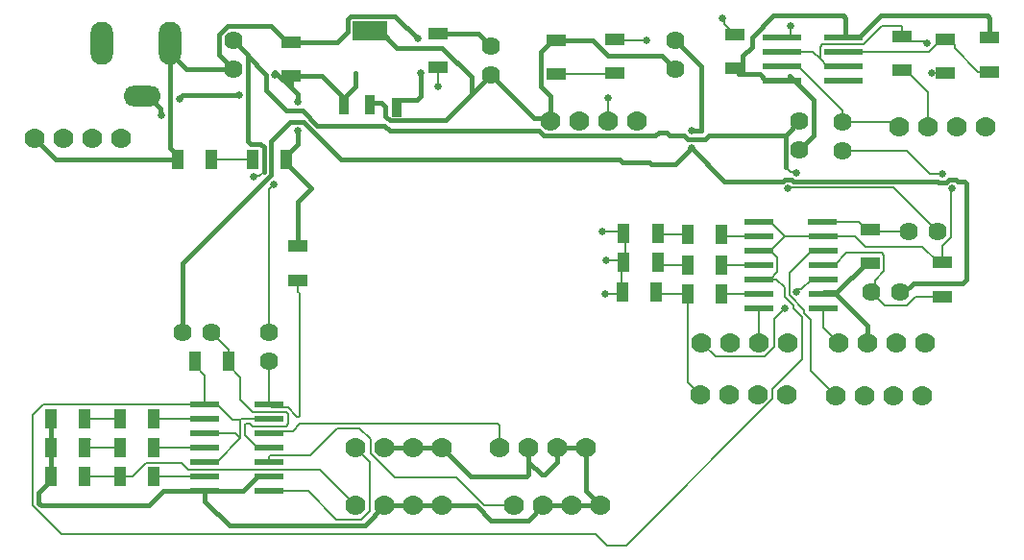
<source format=gtl>
G04*
G04 #@! TF.GenerationSoftware,Altium Limited,Altium Designer,24.1.2 (44)*
G04*
G04 Layer_Physical_Order=1*
G04 Layer_Color=255*
%FSLAX25Y25*%
%MOIN*%
G70*
G04*
G04 #@! TF.SameCoordinates,6E6146AE-10E2-4EE8-86B2-596FBE868B5F*
G04*
G04*
G04 #@! TF.FilePolarity,Positive*
G04*
G01*
G75*
%ADD10C,0.01500*%
%ADD11C,0.02000*%
%ADD12C,0.00600*%
%ADD19R,0.10433X0.02362*%
%ADD20R,0.04400X0.07100*%
%ADD21R,0.03300X0.06693*%
%ADD22R,0.12200X0.06693*%
%ADD23R,0.07100X0.04400*%
%ADD24R,0.13386X0.02362*%
%ADD37C,0.00200*%
%ADD38C,0.07000*%
%ADD39C,0.06378*%
%ADD40O,0.12992X0.07087*%
%ADD41O,0.07874X0.14961*%
%ADD42C,0.02500*%
D10*
X96000Y157000D02*
X101375D01*
X89000Y164000D02*
X96000Y157000D01*
X89000Y164000D02*
Y169375D01*
X222000Y139000D02*
X222500Y138500D01*
X212500Y139000D02*
X222000D01*
X252850Y171600D02*
X254200D01*
X252850Y169600D02*
X260258D01*
X272069Y167500D02*
X278939Y160630D01*
X271114Y168455D02*
X272069Y167500D01*
X185325Y148250D02*
X224007D01*
X225257Y149500D01*
X231000Y138500D02*
X236500Y144000D01*
X227743Y149500D02*
X228993Y148250D01*
X225257Y149500D02*
X227743D01*
X228993Y148250D02*
X234007D01*
X222500Y138500D02*
X231000D01*
X234007Y148250D02*
X235257Y147000D01*
X241243D01*
X113617Y180900D02*
X117150Y184433D01*
Y188867D01*
X118175Y189892D01*
X133608D01*
X141500Y182000D01*
X134100Y158221D02*
Y159917D01*
X134187Y178862D02*
X149963D01*
X125000Y185295D02*
X127753D01*
X147600Y173000D02*
X148500Y172100D01*
X142500Y162000D02*
Y170000D01*
X149963Y178862D02*
X160250Y168575D01*
X135000Y160817D02*
X141317D01*
X134100Y159917D02*
X135000Y160817D01*
X141317D02*
X142500Y162000D01*
X268257Y132500D02*
X268757Y133000D01*
X248000Y132500D02*
X268257D01*
X268757Y133000D02*
X271243D01*
X271743Y132500D01*
X321757D01*
X236500Y144000D02*
X248000Y132500D01*
X325243D02*
X325257D01*
X322257Y132000D02*
X324743D01*
X321757Y132500D02*
X322257Y132000D01*
X324743D02*
X325243Y132500D01*
X328743D02*
X331121D01*
X325757Y133000D02*
X328243D01*
X328743Y132500D01*
X325257D02*
X325757Y133000D01*
X332000Y98379D02*
Y131621D01*
X313375Y97055D02*
X330676D01*
X331121Y132500D02*
X332000Y131621D01*
X330676Y97055D02*
X332000Y98379D01*
X160250Y162750D02*
X167000Y169500D01*
X151124Y153624D02*
X160250Y162750D01*
X127753Y185295D02*
X134187Y178862D01*
X160250Y162750D02*
Y168575D01*
X114840Y140000D02*
X211621D01*
X212500Y139000D02*
Y139121D01*
X211621Y140000D02*
X212500Y139121D01*
X285770Y93931D02*
X286981D01*
X282596D02*
X285770D01*
X297451Y76549D02*
X297500Y76500D01*
X297451Y76549D02*
Y82250D01*
X285770Y93931D02*
X297451Y82250D01*
X99809Y160191D02*
Y162691D01*
X97500Y165000D02*
Y169100D01*
Y165000D02*
X99809Y162691D01*
X92000Y170500D02*
X97500Y165000D01*
X52309Y155691D02*
Y157576D01*
X45779Y162193D02*
X47692D01*
X52309Y157576D01*
Y155691D02*
X52500Y155500D01*
X55622Y143928D02*
Y176957D01*
X58200Y140000D02*
Y141350D01*
X55622Y143928D02*
X58200Y141350D01*
X59000Y161500D02*
X60000Y162500D01*
X59000Y161000D02*
Y161500D01*
X60000Y162500D02*
X79439D01*
X82439Y146564D02*
Y175936D01*
Y146564D02*
X83583Y145419D01*
X88050Y135725D02*
Y144275D01*
X86905Y145419D02*
X88050Y144275D01*
X83583Y145419D02*
X86905D01*
X82439Y175936D02*
X89000Y169375D01*
X106575Y151800D02*
X130014D01*
X101375Y157000D02*
X106575Y151800D01*
X99809Y160191D02*
X100000Y160000D01*
X90550Y134690D02*
Y146335D01*
X131814Y150000D02*
X183575D01*
X130014Y151800D02*
X131814Y150000D01*
X183575D02*
X185325Y148250D01*
X241243Y147000D02*
X242493Y148250D01*
X268750D01*
X269061Y148561D01*
X286981Y93931D02*
X297150Y104100D01*
X298500D01*
X310320Y94000D02*
X313375Y97055D01*
X309000Y94000D02*
X310320D01*
X236500Y150000D02*
X240000D01*
X100000Y110000D02*
Y125450D01*
X104550Y130000D01*
X205000Y20000D02*
X205250Y19750D01*
X10000Y24550D02*
X14100Y28650D01*
Y30000D01*
X10000Y20879D02*
Y24550D01*
Y20879D02*
X10879Y20000D01*
X48225D01*
X14100Y30000D02*
Y40000D01*
X60000Y80000D02*
Y104140D01*
X90550Y134690D01*
X180000Y35000D02*
X184379Y30621D01*
X180000Y35000D02*
Y40000D01*
X179121Y30000D02*
X180000Y30879D01*
Y35000D01*
X160000Y30000D02*
X179121D01*
X185621Y30621D02*
X190000Y35000D01*
X184379Y30621D02*
X185621D01*
X190000Y35000D02*
Y40000D01*
X150000D02*
X160000Y30000D01*
X76088Y13150D02*
X123150D01*
X67669Y21569D02*
X76088Y13150D01*
X123150D02*
X130000Y20000D01*
X67669Y21569D02*
Y25000D01*
X95900Y138650D02*
X104550Y130000D01*
X101840Y153000D02*
X114840Y140000D01*
X95900Y138650D02*
Y140000D01*
X130000Y20000D02*
X140000D01*
X150000D01*
X130000Y40000D02*
X140000D01*
X150000D01*
X161706Y20000D02*
X166956Y14750D01*
X179750D02*
X185000Y20000D01*
X150000D02*
X161706D01*
X166956Y14750D02*
X179750D01*
X190000Y40000D02*
X200000D01*
Y25000D02*
X205000Y20000D01*
X200000Y25000D02*
Y40000D01*
X185000Y20000D02*
X195000D01*
X205000D01*
X85965Y30000D02*
X90000D01*
X67669Y25000D02*
X80965D01*
X85965Y30000D01*
X14100Y40000D02*
Y50000D01*
X53225Y25000D02*
X67669D01*
X48225Y20000D02*
X53225Y25000D01*
X254300Y171050D02*
Y175975D01*
X252850Y169600D02*
X254300Y171050D01*
X257376Y179051D02*
Y182355D01*
X254300Y175975D02*
X257376Y179051D01*
Y182355D02*
X265021Y190000D01*
X260258Y169600D02*
X262358Y167500D01*
X270591Y168978D02*
X271114Y168455D01*
X262358Y167500D02*
X267870D01*
X265021Y190000D02*
X289121D01*
X97215Y153000D02*
X101840D01*
X90550Y146335D02*
X97215Y153000D01*
X95900Y140000D02*
Y141350D01*
X100000Y145450D01*
Y150000D01*
X16000Y140000D02*
X58200D01*
X8500Y147500D02*
X16000Y140000D01*
X269061Y137364D02*
Y148561D01*
X274000Y153500D01*
X278939Y148439D02*
Y160630D01*
X274000Y143500D02*
X278939Y148439D01*
X240000Y150000D02*
Y172500D01*
X231000Y181500D02*
X240000Y172500D01*
X202275Y181400D02*
X207484Y176192D01*
X226308D02*
X231000Y171500D01*
X189500Y181400D02*
X202275D01*
X207484Y176192D02*
X226308D01*
X188150Y181400D02*
X189500D01*
X187500Y153500D02*
Y162107D01*
X184200Y165407D02*
X187500Y162107D01*
X184200Y165407D02*
Y177450D01*
X188150Y181400D01*
X167000Y169500D02*
X181948Y154552D01*
X186448D01*
X187500Y153500D01*
X302142Y190000D02*
X339121D01*
X294642Y182500D02*
X302142Y190000D01*
X339121D02*
X340000Y189121D01*
X307000Y153000D02*
X308500Y151500D01*
X82439Y175936D02*
Y176561D01*
X77500Y181500D02*
X82439Y176561D01*
X289569Y182500D02*
X294642D01*
X289130D02*
X289569D01*
X340000Y182300D02*
Y189121D01*
X290000Y182931D02*
Y189121D01*
X289121Y190000D02*
X290000Y189121D01*
X289569Y182500D02*
X290000Y182931D01*
X267870Y167500D02*
X270160D01*
X270591Y167931D02*
Y168978D01*
X270160Y167500D02*
X270591Y167931D01*
X55622Y176957D02*
Y180500D01*
Y176957D02*
X61079Y171500D01*
X77500D01*
X99729Y150000D02*
X100000D01*
X97500Y169100D02*
X108201D01*
X115900Y161401D01*
Y159705D02*
Y161401D01*
X120000Y165501D01*
Y170000D01*
X97500Y180900D02*
X113617D01*
X131725Y153624D02*
X151124D01*
X128900Y159705D02*
X130313Y158292D01*
Y155037D02*
Y158292D01*
X125000Y159705D02*
X128900D01*
X130313Y155037D02*
X131725Y153624D01*
X96150Y180900D02*
X97500D01*
X148500Y183900D02*
X162600D01*
X167000Y179500D01*
X90611Y186439D02*
X96150Y180900D01*
X75454Y186439D02*
X90611D01*
X72561Y183546D02*
X75454Y186439D01*
X72561Y176439D02*
Y183546D01*
Y176439D02*
X77500Y171500D01*
D11*
X309209Y170809D02*
X309500Y171100D01*
D12*
X212300Y93800D02*
X212500Y94000D01*
X212550Y104950D02*
X213600Y106000D01*
X25900Y40000D02*
Y41300D01*
X27800Y43200D01*
X148500Y165500D02*
Y172100D01*
X262358Y182500D02*
X267870D01*
X270119D02*
X271000Y183381D01*
X267870Y182500D02*
X270119D01*
X271000Y183381D02*
Y186500D01*
X247713Y187187D02*
X251500Y183400D01*
X247713Y187187D02*
Y188637D01*
X247350Y189000D02*
X247713Y188637D01*
X251500Y183400D02*
X252850D01*
X210400Y181500D02*
X221000D01*
X210000Y181900D02*
X210400Y181500D01*
X207500Y153500D02*
Y161500D01*
X206400Y93500D02*
X212000D01*
X212300Y93800D01*
X206900Y105000D02*
X212500D01*
X213000Y104500D01*
X205400Y115000D02*
X212500D01*
X213000Y114500D01*
X298500Y115900D02*
X299400Y115000D01*
X312000D01*
X297150Y115900D02*
X298500D01*
X282000Y118500D02*
X294550D01*
X297150Y115900D01*
X270850Y135575D02*
X272925D01*
X269061Y137364D02*
X270850Y135575D01*
X272925D02*
X273000Y135500D01*
X270352Y130450D02*
X306550D01*
X270000Y130098D02*
X270352Y130450D01*
X270000Y130000D02*
Y130098D01*
X306550Y130450D02*
X322000Y115000D01*
X311288Y143000D02*
X319288Y135000D01*
X323500D01*
X326500Y129648D02*
X326852Y130000D01*
X326500Y113152D02*
Y129648D01*
X326852Y130000D02*
X327000D01*
X323500Y110152D02*
X326500Y113152D01*
X323500Y104300D02*
Y110152D01*
X282165Y81835D02*
X287500Y76500D01*
X282165Y81835D02*
Y88500D01*
X275649Y86780D02*
X277863Y84566D01*
X275649Y86780D02*
Y87745D01*
X270450Y92944D02*
Y100820D01*
X278130Y108500D01*
X277863Y66637D02*
Y84566D01*
X265951Y98500D02*
X268850Y95601D01*
X278130Y108500D02*
X282165D01*
X270450Y92944D02*
X275649Y87745D01*
X274800Y70588D02*
Y85366D01*
X271825Y88341D02*
X274800Y85366D01*
X268850Y92281D02*
X271825Y89306D01*
X268850Y92281D02*
Y95601D01*
X265200Y84700D02*
X269012Y88512D01*
X277863Y66637D02*
X286500Y58000D01*
X271825Y88341D02*
Y89306D01*
X273200Y94200D02*
Y95000D01*
X274630D01*
X278130Y98500D01*
X273000Y94000D02*
X273200Y94200D01*
X264700Y60488D02*
X274800Y70588D01*
X263870Y98500D02*
X265951D01*
X263870D02*
X266351Y100981D01*
Y106019D01*
X259835Y108500D02*
X263870D01*
X266351Y106019D01*
X293312Y113500D02*
X296961Y109850D01*
X282165Y113500D02*
X293312D01*
X296961Y109850D02*
X316600D01*
X322150Y104300D01*
X323500D01*
X263870Y118500D02*
X268870Y113500D01*
X282165D01*
X259835Y118500D02*
X263870D01*
Y108500D02*
X268870Y113500D01*
X235100Y62900D02*
Y93500D01*
Y62900D02*
X239500Y58500D01*
X90000Y129899D02*
X91550Y131448D01*
X84500Y134200D02*
X84625Y134325D01*
X86650D01*
X88050Y135725D01*
X91550Y131448D02*
X91552D01*
X265200Y74912D02*
Y84700D01*
X261988Y71700D02*
X265200Y74912D01*
X244800Y71700D02*
X261988D01*
X240000Y76500D02*
X244800Y71700D01*
X278130Y98500D02*
X282165D01*
X259835Y88500D02*
X260000Y88335D01*
Y76500D02*
Y88335D01*
X303489Y89511D02*
X311157D01*
X299000Y94000D02*
X303489Y89511D01*
X311157D02*
X314146Y92500D01*
X323500D01*
X282165Y103500D02*
X286201D01*
X290301Y107600D01*
X302589D01*
X303350Y106839D01*
Y101362D02*
Y106839D01*
X300078Y98089D02*
X303350Y101362D01*
X300078Y95078D02*
Y98089D01*
X299000Y94000D02*
X300078Y95078D01*
X207044Y6000D02*
X213788D01*
X264700Y56912D01*
Y60488D01*
X203044Y10000D02*
X207044Y6000D01*
X17980Y10000D02*
X203044D01*
X7950Y20030D02*
X17980Y10000D01*
X217500Y153500D02*
X217750Y153250D01*
X213600Y106000D02*
Y114500D01*
X212100Y104500D02*
X212550Y104950D01*
X212100Y94000D02*
Y104500D01*
X223900Y94000D02*
X224400Y93500D01*
X235100D01*
X246900D02*
X259835D01*
X223900Y104500D02*
X224900Y103500D01*
X235100D01*
X246900D02*
X259835D01*
X225400Y114500D02*
X225900Y114000D01*
X235100D01*
X246900D02*
X247400Y113500D01*
X259835D01*
X246900Y104850D02*
X248800Y106750D01*
X246900Y103500D02*
Y104850D01*
X100000Y94100D02*
X100499Y93601D01*
X100000Y94100D02*
Y98200D01*
X100499Y51200D02*
Y93601D01*
X100147Y50849D02*
X100499Y51200D01*
X96418Y54081D02*
X99650Y50849D01*
X100147D01*
X90000Y80000D02*
Y129899D01*
X84245Y47519D02*
X95755D01*
X90091Y52481D02*
X95755D01*
X84080Y52519D02*
X90053D01*
X95755Y52481D02*
X96517Y51720D01*
X113613Y46800D02*
X121363D01*
X96517Y48280D02*
Y51720D01*
X100663Y48400D02*
X169337D01*
X90053Y52519D02*
X90091Y52481D01*
X95065Y54119D02*
X95103Y54081D01*
X121363Y46800D02*
X125200Y42963D01*
X95755Y47519D02*
X96517Y48280D01*
X95103Y54081D02*
X96418D01*
X104332Y37519D02*
X113613Y46800D01*
X169337Y48400D02*
X170000Y47737D01*
X89835Y55000D02*
X90716Y54119D01*
X98144Y45881D02*
X100663Y48400D01*
X90716Y54119D02*
X95065D01*
X61952Y32481D02*
X107519D01*
X120000Y20000D01*
X90000Y37081D02*
X90438Y37519D01*
X104332D01*
X90000Y35000D02*
Y37081D01*
X81600Y48048D02*
X81951Y48400D01*
X81600Y44365D02*
Y48048D01*
X81951Y48400D02*
X83364D01*
X25900Y40000D02*
X38200D01*
X25900Y50000D02*
X38200D01*
Y51350D01*
X40100Y53250D01*
X7950Y20030D02*
Y51438D01*
X11512Y55000D02*
X67669D01*
X7950Y51438D02*
X11512Y55000D01*
X80000Y56599D02*
Y64550D01*
Y56599D02*
X84080Y52519D01*
X83364Y48400D02*
X84245Y47519D01*
X81600Y44365D02*
X85965Y40000D01*
X90000Y45000D02*
X90881Y45881D01*
X98144D01*
X75900Y70000D02*
Y74100D01*
X70000Y80000D02*
X75900Y74100D01*
Y68650D02*
Y70000D01*
Y68650D02*
X80000Y64550D01*
X64100Y68650D02*
X67669Y65081D01*
X64100Y68650D02*
Y70000D01*
X67669Y55000D02*
Y65081D01*
X85965Y40000D02*
X90000D01*
X170000D02*
Y47737D01*
X164606Y20000D02*
X175000D01*
X154787Y29818D02*
X164606Y20000D01*
X133394Y29818D02*
X154787D01*
X90000Y25000D02*
X103552D01*
X113352Y15200D01*
X121988D01*
X124800Y18012D01*
X67669Y35000D02*
X71705D01*
X80000Y43295D01*
X90000Y55165D02*
Y70000D01*
X89835Y55000D02*
X90000Y55165D01*
X125200Y38012D02*
X133394Y29818D01*
X125200Y38012D02*
Y42963D01*
X124800Y18012D02*
Y35200D01*
X120000Y40000D02*
X124800Y35200D01*
X59583Y34850D02*
X61952Y32481D01*
X42412Y30000D02*
X47262Y34850D01*
X59583D01*
X38200Y30000D02*
X42412D01*
X71705Y55000D02*
X77056Y49648D01*
X80000D01*
X67669Y55000D02*
X71705D01*
X67669Y45000D02*
X78295D01*
X80000Y43295D01*
X80352Y50000D02*
X90000D01*
X80000Y49648D02*
X80352Y50000D01*
X80000Y43295D02*
Y49648D01*
X25900Y30000D02*
X38200D01*
X50000D02*
X67669D01*
X50000Y40000D02*
X67669D01*
X50000Y50000D02*
X67669D01*
X189500Y169600D02*
X209500D01*
X210000Y170100D01*
Y181900D02*
X211350D01*
X251350D02*
X252850Y183400D01*
X281137Y174981D02*
X283618Y172500D01*
X278618Y177500D02*
X281137Y174981D01*
X283618Y172500D02*
X289130D01*
X267870Y177500D02*
X278618D01*
X310850Y171100D02*
X318500Y163450D01*
X309500Y171100D02*
X310850D01*
X318500Y151500D02*
Y163450D01*
Y151500D02*
X320000Y150000D01*
X289000Y143000D02*
X311288D01*
X288793Y153207D02*
Y157089D01*
X273382Y172500D02*
X288793Y157089D01*
Y153207D02*
X289000Y153000D01*
X267870Y172500D02*
X273382D01*
X70000Y140000D02*
X84100D01*
X289000Y153000D02*
X307000D01*
X311400Y181000D02*
X317820D01*
X309500Y182900D02*
X311400Y181000D01*
X289130Y177500D02*
X318750D01*
X309500Y182900D02*
Y186000D01*
X302694Y186352D02*
X309149D01*
X296361Y180019D02*
X302694Y186352D01*
X281936Y180019D02*
X296361D01*
X309149Y186352D02*
X309500Y186000D01*
X281137Y179220D02*
X281936Y180019D01*
X281137Y174981D02*
Y179220D01*
X325850Y181900D02*
X327750Y180000D01*
Y178650D02*
X335900Y170500D01*
X340000D01*
X324500Y181900D02*
X325850D01*
X327750Y178650D02*
Y180000D01*
X318750Y177500D02*
X323150Y181900D01*
X324500D01*
D19*
X259835Y118500D02*
D03*
Y113500D02*
D03*
Y108500D02*
D03*
Y103500D02*
D03*
Y98500D02*
D03*
Y93500D02*
D03*
Y88500D02*
D03*
X282165D02*
D03*
Y93500D02*
D03*
Y98500D02*
D03*
Y103500D02*
D03*
Y108500D02*
D03*
Y113500D02*
D03*
X282000Y118500D02*
D03*
X67669Y55000D02*
D03*
Y50000D02*
D03*
Y45000D02*
D03*
Y40000D02*
D03*
Y35000D02*
D03*
Y30000D02*
D03*
Y25000D02*
D03*
X90000D02*
D03*
Y30000D02*
D03*
Y35000D02*
D03*
Y40000D02*
D03*
Y45000D02*
D03*
Y50000D02*
D03*
X89835Y55000D02*
D03*
D20*
X64100Y70000D02*
D03*
X75900D02*
D03*
X50000Y40000D02*
D03*
X38200D02*
D03*
X50000Y30000D02*
D03*
X38200D02*
D03*
X14100Y40000D02*
D03*
X25900D02*
D03*
X14100Y30000D02*
D03*
X25900D02*
D03*
X246900Y103500D02*
D03*
X235100D02*
D03*
X246900Y93500D02*
D03*
X235100D02*
D03*
X246900Y114000D02*
D03*
X235100D02*
D03*
X212500Y94000D02*
D03*
X224300D02*
D03*
X213000Y104500D02*
D03*
X224800D02*
D03*
X213000Y114500D02*
D03*
X224800D02*
D03*
X95900Y140000D02*
D03*
X84100D02*
D03*
X70000D02*
D03*
X58200D02*
D03*
X38200Y50000D02*
D03*
X50000D02*
D03*
X25900D02*
D03*
X14100D02*
D03*
D21*
X134100Y158221D02*
D03*
X125000Y159205D02*
D03*
X115900D02*
D03*
D22*
X125000Y184795D02*
D03*
D23*
X251500Y183400D02*
D03*
Y171600D02*
D03*
X210000Y170100D02*
D03*
Y181900D02*
D03*
X309500Y182900D02*
D03*
Y171100D02*
D03*
X323500Y104300D02*
D03*
Y92500D02*
D03*
X298500Y115900D02*
D03*
Y104100D02*
D03*
X100000Y98200D02*
D03*
Y110000D02*
D03*
X324500Y170100D02*
D03*
Y181900D02*
D03*
X189500Y181400D02*
D03*
Y169600D02*
D03*
X97500Y169100D02*
D03*
Y180900D02*
D03*
X148500Y172100D02*
D03*
Y183900D02*
D03*
X340000Y182300D02*
D03*
Y170500D02*
D03*
D24*
X267870Y182500D02*
D03*
Y177500D02*
D03*
Y172500D02*
D03*
Y167500D02*
D03*
X289130D02*
D03*
Y172500D02*
D03*
Y177500D02*
D03*
Y182500D02*
D03*
D37*
X92000Y169500D02*
Y170500D01*
D38*
X190000Y40000D02*
D03*
X200000D02*
D03*
X170000D02*
D03*
X180000D02*
D03*
X195000Y20000D02*
D03*
X205000D02*
D03*
X175000D02*
D03*
X185000D02*
D03*
X140000Y40000D02*
D03*
X150000D02*
D03*
X120000D02*
D03*
X130000D02*
D03*
X140000Y20000D02*
D03*
X150000D02*
D03*
X120000D02*
D03*
X130000D02*
D03*
X207500Y153500D02*
D03*
X217500D02*
D03*
X187500D02*
D03*
X197500D02*
D03*
X297500Y76500D02*
D03*
X287500D02*
D03*
X317500D02*
D03*
X307500D02*
D03*
X260000D02*
D03*
X270000D02*
D03*
X240000D02*
D03*
X250000D02*
D03*
X296500Y58000D02*
D03*
X286500D02*
D03*
X316500D02*
D03*
X306500D02*
D03*
X249500Y58500D02*
D03*
X239500D02*
D03*
X269500D02*
D03*
X259500D02*
D03*
X18500Y147500D02*
D03*
X8500D02*
D03*
X38500D02*
D03*
X28500D02*
D03*
X318500Y151500D02*
D03*
X308500D02*
D03*
X338500D02*
D03*
X328500D02*
D03*
D39*
X70000Y80000D02*
D03*
X60000D02*
D03*
X231000Y181500D02*
D03*
Y171500D02*
D03*
X289000Y153000D02*
D03*
Y143000D02*
D03*
X274000Y153500D02*
D03*
Y143500D02*
D03*
X312000Y115000D02*
D03*
X322000D02*
D03*
X299000Y94000D02*
D03*
X309000D02*
D03*
X90000Y70000D02*
D03*
Y80000D02*
D03*
X77500Y171500D02*
D03*
Y181500D02*
D03*
X167000Y169500D02*
D03*
Y179500D02*
D03*
D40*
X45779Y162193D02*
D03*
D41*
X32000Y180500D02*
D03*
X55622D02*
D03*
D42*
X148500Y165500D02*
D03*
X271000Y186500D02*
D03*
X247350Y189000D02*
D03*
X221000Y181500D02*
D03*
X207500Y161500D02*
D03*
X206400Y93500D02*
D03*
X206900Y105000D02*
D03*
X205400Y115000D02*
D03*
X141500Y182000D02*
D03*
X142500Y170000D02*
D03*
X273000Y135500D02*
D03*
X270000Y130000D02*
D03*
X323500Y135000D02*
D03*
X327000Y130000D02*
D03*
X236500Y144000D02*
D03*
X269012Y88512D02*
D03*
X273000Y94000D02*
D03*
X52500Y155500D02*
D03*
X59000Y161000D02*
D03*
X79439Y162500D02*
D03*
X92000Y169500D02*
D03*
X84500Y134200D02*
D03*
X91552Y131448D02*
D03*
X236500Y150000D02*
D03*
X320000Y170000D02*
D03*
X318172Y180528D02*
D03*
X100000Y150000D02*
D03*
Y160000D02*
D03*
M02*

</source>
